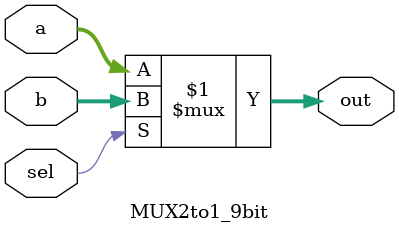
<source format=sv>
`timescale 1ns/1ns
module MUX2to1_9bit(input [8:0] a, b, input sel,output [8:0] out);
   assign out = sel ? b : a;       
endmodule




</source>
